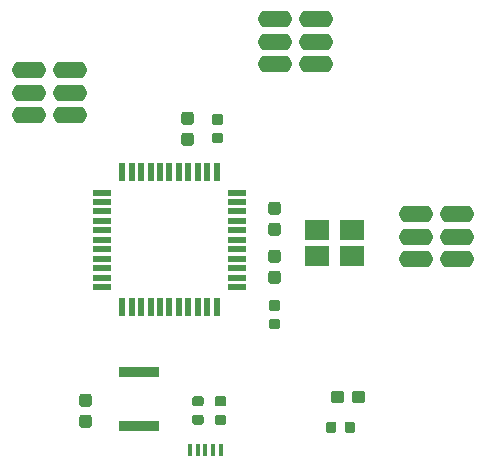
<source format=gtp>
G04 #@! TF.GenerationSoftware,KiCad,Pcbnew,(5.1.0)-1*
G04 #@! TF.CreationDate,2019-04-02T16:52:52+02:00*
G04 #@! TF.ProjectId,FrogINT_PCBProto_V1811062154,46726f67-494e-4545-9f50-434250726f74,rev?*
G04 #@! TF.SameCoordinates,Original*
G04 #@! TF.FileFunction,Paste,Top*
G04 #@! TF.FilePolarity,Positive*
%FSLAX46Y46*%
G04 Gerber Fmt 4.6, Leading zero omitted, Abs format (unit mm)*
G04 Created by KiCad (PCBNEW (5.1.0)-1) date 2019-04-02 16:52:52*
%MOMM*%
%LPD*%
G04 APERTURE LIST*
%ADD10O,2.900000X1.400000*%
%ADD11R,3.430000X0.850000*%
%ADD12R,0.450000X1.100000*%
%ADD13R,2.100000X1.725000*%
%ADD14C,0.100000*%
%ADD15C,1.050000*%
%ADD16C,0.875000*%
%ADD17R,1.500000X0.550000*%
%ADD18R,0.550000X1.500000*%
G04 APERTURE END LIST*
D10*
X166298000Y-104746000D03*
X166298000Y-106646000D03*
X169818000Y-106646000D03*
X169818000Y-104746000D03*
X169818000Y-102846000D03*
X166298000Y-102846000D03*
X154360000Y-88236000D03*
X154360000Y-90136000D03*
X157880000Y-90136000D03*
X157880000Y-88236000D03*
X157880000Y-86336000D03*
X154360000Y-86336000D03*
X133532000Y-92554000D03*
X133532000Y-94454000D03*
X137052000Y-94454000D03*
X137052000Y-92554000D03*
X137052000Y-90654000D03*
X133532000Y-90654000D03*
D11*
X142912000Y-120762000D03*
X142912000Y-116162000D03*
D12*
X149800000Y-122830000D03*
X149150000Y-122830000D03*
X148500000Y-122830000D03*
X147850000Y-122830000D03*
X147200000Y-122830000D03*
D13*
X157972000Y-104166500D03*
X160872000Y-104166500D03*
X160872000Y-106341500D03*
X157972000Y-106341500D03*
D14*
G36*
X138639505Y-118029204D02*
G01*
X138663773Y-118032804D01*
X138687572Y-118038765D01*
X138710671Y-118047030D01*
X138732850Y-118057520D01*
X138753893Y-118070132D01*
X138773599Y-118084747D01*
X138791777Y-118101223D01*
X138808253Y-118119401D01*
X138822868Y-118139107D01*
X138835480Y-118160150D01*
X138845970Y-118182329D01*
X138854235Y-118205428D01*
X138860196Y-118229227D01*
X138863796Y-118253495D01*
X138865000Y-118277999D01*
X138865000Y-118903001D01*
X138863796Y-118927505D01*
X138860196Y-118951773D01*
X138854235Y-118975572D01*
X138845970Y-118998671D01*
X138835480Y-119020850D01*
X138822868Y-119041893D01*
X138808253Y-119061599D01*
X138791777Y-119079777D01*
X138773599Y-119096253D01*
X138753893Y-119110868D01*
X138732850Y-119123480D01*
X138710671Y-119133970D01*
X138687572Y-119142235D01*
X138663773Y-119148196D01*
X138639505Y-119151796D01*
X138615001Y-119153000D01*
X138064999Y-119153000D01*
X138040495Y-119151796D01*
X138016227Y-119148196D01*
X137992428Y-119142235D01*
X137969329Y-119133970D01*
X137947150Y-119123480D01*
X137926107Y-119110868D01*
X137906401Y-119096253D01*
X137888223Y-119079777D01*
X137871747Y-119061599D01*
X137857132Y-119041893D01*
X137844520Y-119020850D01*
X137834030Y-118998671D01*
X137825765Y-118975572D01*
X137819804Y-118951773D01*
X137816204Y-118927505D01*
X137815000Y-118903001D01*
X137815000Y-118277999D01*
X137816204Y-118253495D01*
X137819804Y-118229227D01*
X137825765Y-118205428D01*
X137834030Y-118182329D01*
X137844520Y-118160150D01*
X137857132Y-118139107D01*
X137871747Y-118119401D01*
X137888223Y-118101223D01*
X137906401Y-118084747D01*
X137926107Y-118070132D01*
X137947150Y-118057520D01*
X137969329Y-118047030D01*
X137992428Y-118038765D01*
X138016227Y-118032804D01*
X138040495Y-118029204D01*
X138064999Y-118028000D01*
X138615001Y-118028000D01*
X138639505Y-118029204D01*
X138639505Y-118029204D01*
G37*
D15*
X138340000Y-118590500D03*
D14*
G36*
X138639505Y-119804204D02*
G01*
X138663773Y-119807804D01*
X138687572Y-119813765D01*
X138710671Y-119822030D01*
X138732850Y-119832520D01*
X138753893Y-119845132D01*
X138773599Y-119859747D01*
X138791777Y-119876223D01*
X138808253Y-119894401D01*
X138822868Y-119914107D01*
X138835480Y-119935150D01*
X138845970Y-119957329D01*
X138854235Y-119980428D01*
X138860196Y-120004227D01*
X138863796Y-120028495D01*
X138865000Y-120052999D01*
X138865000Y-120678001D01*
X138863796Y-120702505D01*
X138860196Y-120726773D01*
X138854235Y-120750572D01*
X138845970Y-120773671D01*
X138835480Y-120795850D01*
X138822868Y-120816893D01*
X138808253Y-120836599D01*
X138791777Y-120854777D01*
X138773599Y-120871253D01*
X138753893Y-120885868D01*
X138732850Y-120898480D01*
X138710671Y-120908970D01*
X138687572Y-120917235D01*
X138663773Y-120923196D01*
X138639505Y-120926796D01*
X138615001Y-120928000D01*
X138064999Y-120928000D01*
X138040495Y-120926796D01*
X138016227Y-120923196D01*
X137992428Y-120917235D01*
X137969329Y-120908970D01*
X137947150Y-120898480D01*
X137926107Y-120885868D01*
X137906401Y-120871253D01*
X137888223Y-120854777D01*
X137871747Y-120836599D01*
X137857132Y-120816893D01*
X137844520Y-120795850D01*
X137834030Y-120773671D01*
X137825765Y-120750572D01*
X137819804Y-120726773D01*
X137816204Y-120702505D01*
X137815000Y-120678001D01*
X137815000Y-120052999D01*
X137816204Y-120028495D01*
X137819804Y-120004227D01*
X137825765Y-119980428D01*
X137834030Y-119957329D01*
X137844520Y-119935150D01*
X137857132Y-119914107D01*
X137871747Y-119894401D01*
X137888223Y-119876223D01*
X137906401Y-119859747D01*
X137926107Y-119845132D01*
X137947150Y-119832520D01*
X137969329Y-119822030D01*
X137992428Y-119813765D01*
X138016227Y-119807804D01*
X138040495Y-119804204D01*
X138064999Y-119803000D01*
X138615001Y-119803000D01*
X138639505Y-119804204D01*
X138639505Y-119804204D01*
G37*
D15*
X138340000Y-120365500D03*
D14*
G36*
X147275505Y-95928204D02*
G01*
X147299773Y-95931804D01*
X147323572Y-95937765D01*
X147346671Y-95946030D01*
X147368850Y-95956520D01*
X147389893Y-95969132D01*
X147409599Y-95983747D01*
X147427777Y-96000223D01*
X147444253Y-96018401D01*
X147458868Y-96038107D01*
X147471480Y-96059150D01*
X147481970Y-96081329D01*
X147490235Y-96104428D01*
X147496196Y-96128227D01*
X147499796Y-96152495D01*
X147501000Y-96176999D01*
X147501000Y-96802001D01*
X147499796Y-96826505D01*
X147496196Y-96850773D01*
X147490235Y-96874572D01*
X147481970Y-96897671D01*
X147471480Y-96919850D01*
X147458868Y-96940893D01*
X147444253Y-96960599D01*
X147427777Y-96978777D01*
X147409599Y-96995253D01*
X147389893Y-97009868D01*
X147368850Y-97022480D01*
X147346671Y-97032970D01*
X147323572Y-97041235D01*
X147299773Y-97047196D01*
X147275505Y-97050796D01*
X147251001Y-97052000D01*
X146700999Y-97052000D01*
X146676495Y-97050796D01*
X146652227Y-97047196D01*
X146628428Y-97041235D01*
X146605329Y-97032970D01*
X146583150Y-97022480D01*
X146562107Y-97009868D01*
X146542401Y-96995253D01*
X146524223Y-96978777D01*
X146507747Y-96960599D01*
X146493132Y-96940893D01*
X146480520Y-96919850D01*
X146470030Y-96897671D01*
X146461765Y-96874572D01*
X146455804Y-96850773D01*
X146452204Y-96826505D01*
X146451000Y-96802001D01*
X146451000Y-96176999D01*
X146452204Y-96152495D01*
X146455804Y-96128227D01*
X146461765Y-96104428D01*
X146470030Y-96081329D01*
X146480520Y-96059150D01*
X146493132Y-96038107D01*
X146507747Y-96018401D01*
X146524223Y-96000223D01*
X146542401Y-95983747D01*
X146562107Y-95969132D01*
X146583150Y-95956520D01*
X146605329Y-95946030D01*
X146628428Y-95937765D01*
X146652227Y-95931804D01*
X146676495Y-95928204D01*
X146700999Y-95927000D01*
X147251001Y-95927000D01*
X147275505Y-95928204D01*
X147275505Y-95928204D01*
G37*
D15*
X146976000Y-96489500D03*
D14*
G36*
X147275505Y-94153204D02*
G01*
X147299773Y-94156804D01*
X147323572Y-94162765D01*
X147346671Y-94171030D01*
X147368850Y-94181520D01*
X147389893Y-94194132D01*
X147409599Y-94208747D01*
X147427777Y-94225223D01*
X147444253Y-94243401D01*
X147458868Y-94263107D01*
X147471480Y-94284150D01*
X147481970Y-94306329D01*
X147490235Y-94329428D01*
X147496196Y-94353227D01*
X147499796Y-94377495D01*
X147501000Y-94401999D01*
X147501000Y-95027001D01*
X147499796Y-95051505D01*
X147496196Y-95075773D01*
X147490235Y-95099572D01*
X147481970Y-95122671D01*
X147471480Y-95144850D01*
X147458868Y-95165893D01*
X147444253Y-95185599D01*
X147427777Y-95203777D01*
X147409599Y-95220253D01*
X147389893Y-95234868D01*
X147368850Y-95247480D01*
X147346671Y-95257970D01*
X147323572Y-95266235D01*
X147299773Y-95272196D01*
X147275505Y-95275796D01*
X147251001Y-95277000D01*
X146700999Y-95277000D01*
X146676495Y-95275796D01*
X146652227Y-95272196D01*
X146628428Y-95266235D01*
X146605329Y-95257970D01*
X146583150Y-95247480D01*
X146562107Y-95234868D01*
X146542401Y-95220253D01*
X146524223Y-95203777D01*
X146507747Y-95185599D01*
X146493132Y-95165893D01*
X146480520Y-95144850D01*
X146470030Y-95122671D01*
X146461765Y-95099572D01*
X146455804Y-95075773D01*
X146452204Y-95051505D01*
X146451000Y-95027001D01*
X146451000Y-94401999D01*
X146452204Y-94377495D01*
X146455804Y-94353227D01*
X146461765Y-94329428D01*
X146470030Y-94306329D01*
X146480520Y-94284150D01*
X146493132Y-94263107D01*
X146507747Y-94243401D01*
X146524223Y-94225223D01*
X146542401Y-94208747D01*
X146562107Y-94194132D01*
X146583150Y-94181520D01*
X146605329Y-94171030D01*
X146628428Y-94162765D01*
X146652227Y-94156804D01*
X146676495Y-94153204D01*
X146700999Y-94152000D01*
X147251001Y-94152000D01*
X147275505Y-94153204D01*
X147275505Y-94153204D01*
G37*
D15*
X146976000Y-94714500D03*
D14*
G36*
X154641505Y-101773204D02*
G01*
X154665773Y-101776804D01*
X154689572Y-101782765D01*
X154712671Y-101791030D01*
X154734850Y-101801520D01*
X154755893Y-101814132D01*
X154775599Y-101828747D01*
X154793777Y-101845223D01*
X154810253Y-101863401D01*
X154824868Y-101883107D01*
X154837480Y-101904150D01*
X154847970Y-101926329D01*
X154856235Y-101949428D01*
X154862196Y-101973227D01*
X154865796Y-101997495D01*
X154867000Y-102021999D01*
X154867000Y-102647001D01*
X154865796Y-102671505D01*
X154862196Y-102695773D01*
X154856235Y-102719572D01*
X154847970Y-102742671D01*
X154837480Y-102764850D01*
X154824868Y-102785893D01*
X154810253Y-102805599D01*
X154793777Y-102823777D01*
X154775599Y-102840253D01*
X154755893Y-102854868D01*
X154734850Y-102867480D01*
X154712671Y-102877970D01*
X154689572Y-102886235D01*
X154665773Y-102892196D01*
X154641505Y-102895796D01*
X154617001Y-102897000D01*
X154066999Y-102897000D01*
X154042495Y-102895796D01*
X154018227Y-102892196D01*
X153994428Y-102886235D01*
X153971329Y-102877970D01*
X153949150Y-102867480D01*
X153928107Y-102854868D01*
X153908401Y-102840253D01*
X153890223Y-102823777D01*
X153873747Y-102805599D01*
X153859132Y-102785893D01*
X153846520Y-102764850D01*
X153836030Y-102742671D01*
X153827765Y-102719572D01*
X153821804Y-102695773D01*
X153818204Y-102671505D01*
X153817000Y-102647001D01*
X153817000Y-102021999D01*
X153818204Y-101997495D01*
X153821804Y-101973227D01*
X153827765Y-101949428D01*
X153836030Y-101926329D01*
X153846520Y-101904150D01*
X153859132Y-101883107D01*
X153873747Y-101863401D01*
X153890223Y-101845223D01*
X153908401Y-101828747D01*
X153928107Y-101814132D01*
X153949150Y-101801520D01*
X153971329Y-101791030D01*
X153994428Y-101782765D01*
X154018227Y-101776804D01*
X154042495Y-101773204D01*
X154066999Y-101772000D01*
X154617001Y-101772000D01*
X154641505Y-101773204D01*
X154641505Y-101773204D01*
G37*
D15*
X154342000Y-102334500D03*
D14*
G36*
X154641505Y-103548204D02*
G01*
X154665773Y-103551804D01*
X154689572Y-103557765D01*
X154712671Y-103566030D01*
X154734850Y-103576520D01*
X154755893Y-103589132D01*
X154775599Y-103603747D01*
X154793777Y-103620223D01*
X154810253Y-103638401D01*
X154824868Y-103658107D01*
X154837480Y-103679150D01*
X154847970Y-103701329D01*
X154856235Y-103724428D01*
X154862196Y-103748227D01*
X154865796Y-103772495D01*
X154867000Y-103796999D01*
X154867000Y-104422001D01*
X154865796Y-104446505D01*
X154862196Y-104470773D01*
X154856235Y-104494572D01*
X154847970Y-104517671D01*
X154837480Y-104539850D01*
X154824868Y-104560893D01*
X154810253Y-104580599D01*
X154793777Y-104598777D01*
X154775599Y-104615253D01*
X154755893Y-104629868D01*
X154734850Y-104642480D01*
X154712671Y-104652970D01*
X154689572Y-104661235D01*
X154665773Y-104667196D01*
X154641505Y-104670796D01*
X154617001Y-104672000D01*
X154066999Y-104672000D01*
X154042495Y-104670796D01*
X154018227Y-104667196D01*
X153994428Y-104661235D01*
X153971329Y-104652970D01*
X153949150Y-104642480D01*
X153928107Y-104629868D01*
X153908401Y-104615253D01*
X153890223Y-104598777D01*
X153873747Y-104580599D01*
X153859132Y-104560893D01*
X153846520Y-104539850D01*
X153836030Y-104517671D01*
X153827765Y-104494572D01*
X153821804Y-104470773D01*
X153818204Y-104446505D01*
X153817000Y-104422001D01*
X153817000Y-103796999D01*
X153818204Y-103772495D01*
X153821804Y-103748227D01*
X153827765Y-103724428D01*
X153836030Y-103701329D01*
X153846520Y-103679150D01*
X153859132Y-103658107D01*
X153873747Y-103638401D01*
X153890223Y-103620223D01*
X153908401Y-103603747D01*
X153928107Y-103589132D01*
X153949150Y-103576520D01*
X153971329Y-103566030D01*
X153994428Y-103557765D01*
X154018227Y-103551804D01*
X154042495Y-103548204D01*
X154066999Y-103547000D01*
X154617001Y-103547000D01*
X154641505Y-103548204D01*
X154641505Y-103548204D01*
G37*
D15*
X154342000Y-104109500D03*
D14*
G36*
X154641505Y-107612204D02*
G01*
X154665773Y-107615804D01*
X154689572Y-107621765D01*
X154712671Y-107630030D01*
X154734850Y-107640520D01*
X154755893Y-107653132D01*
X154775599Y-107667747D01*
X154793777Y-107684223D01*
X154810253Y-107702401D01*
X154824868Y-107722107D01*
X154837480Y-107743150D01*
X154847970Y-107765329D01*
X154856235Y-107788428D01*
X154862196Y-107812227D01*
X154865796Y-107836495D01*
X154867000Y-107860999D01*
X154867000Y-108486001D01*
X154865796Y-108510505D01*
X154862196Y-108534773D01*
X154856235Y-108558572D01*
X154847970Y-108581671D01*
X154837480Y-108603850D01*
X154824868Y-108624893D01*
X154810253Y-108644599D01*
X154793777Y-108662777D01*
X154775599Y-108679253D01*
X154755893Y-108693868D01*
X154734850Y-108706480D01*
X154712671Y-108716970D01*
X154689572Y-108725235D01*
X154665773Y-108731196D01*
X154641505Y-108734796D01*
X154617001Y-108736000D01*
X154066999Y-108736000D01*
X154042495Y-108734796D01*
X154018227Y-108731196D01*
X153994428Y-108725235D01*
X153971329Y-108716970D01*
X153949150Y-108706480D01*
X153928107Y-108693868D01*
X153908401Y-108679253D01*
X153890223Y-108662777D01*
X153873747Y-108644599D01*
X153859132Y-108624893D01*
X153846520Y-108603850D01*
X153836030Y-108581671D01*
X153827765Y-108558572D01*
X153821804Y-108534773D01*
X153818204Y-108510505D01*
X153817000Y-108486001D01*
X153817000Y-107860999D01*
X153818204Y-107836495D01*
X153821804Y-107812227D01*
X153827765Y-107788428D01*
X153836030Y-107765329D01*
X153846520Y-107743150D01*
X153859132Y-107722107D01*
X153873747Y-107702401D01*
X153890223Y-107684223D01*
X153908401Y-107667747D01*
X153928107Y-107653132D01*
X153949150Y-107640520D01*
X153971329Y-107630030D01*
X153994428Y-107621765D01*
X154018227Y-107615804D01*
X154042495Y-107612204D01*
X154066999Y-107611000D01*
X154617001Y-107611000D01*
X154641505Y-107612204D01*
X154641505Y-107612204D01*
G37*
D15*
X154342000Y-108173500D03*
D14*
G36*
X154641505Y-105837204D02*
G01*
X154665773Y-105840804D01*
X154689572Y-105846765D01*
X154712671Y-105855030D01*
X154734850Y-105865520D01*
X154755893Y-105878132D01*
X154775599Y-105892747D01*
X154793777Y-105909223D01*
X154810253Y-105927401D01*
X154824868Y-105947107D01*
X154837480Y-105968150D01*
X154847970Y-105990329D01*
X154856235Y-106013428D01*
X154862196Y-106037227D01*
X154865796Y-106061495D01*
X154867000Y-106085999D01*
X154867000Y-106711001D01*
X154865796Y-106735505D01*
X154862196Y-106759773D01*
X154856235Y-106783572D01*
X154847970Y-106806671D01*
X154837480Y-106828850D01*
X154824868Y-106849893D01*
X154810253Y-106869599D01*
X154793777Y-106887777D01*
X154775599Y-106904253D01*
X154755893Y-106918868D01*
X154734850Y-106931480D01*
X154712671Y-106941970D01*
X154689572Y-106950235D01*
X154665773Y-106956196D01*
X154641505Y-106959796D01*
X154617001Y-106961000D01*
X154066999Y-106961000D01*
X154042495Y-106959796D01*
X154018227Y-106956196D01*
X153994428Y-106950235D01*
X153971329Y-106941970D01*
X153949150Y-106931480D01*
X153928107Y-106918868D01*
X153908401Y-106904253D01*
X153890223Y-106887777D01*
X153873747Y-106869599D01*
X153859132Y-106849893D01*
X153846520Y-106828850D01*
X153836030Y-106806671D01*
X153827765Y-106783572D01*
X153821804Y-106759773D01*
X153818204Y-106735505D01*
X153817000Y-106711001D01*
X153817000Y-106085999D01*
X153818204Y-106061495D01*
X153821804Y-106037227D01*
X153827765Y-106013428D01*
X153836030Y-105990329D01*
X153846520Y-105968150D01*
X153859132Y-105947107D01*
X153873747Y-105927401D01*
X153890223Y-105909223D01*
X153908401Y-105892747D01*
X153928107Y-105878132D01*
X153949150Y-105865520D01*
X153971329Y-105855030D01*
X153994428Y-105846765D01*
X154018227Y-105840804D01*
X154042495Y-105837204D01*
X154066999Y-105836000D01*
X154617001Y-105836000D01*
X154641505Y-105837204D01*
X154641505Y-105837204D01*
G37*
D15*
X154342000Y-106398500D03*
D14*
G36*
X161789505Y-117811204D02*
G01*
X161813773Y-117814804D01*
X161837572Y-117820765D01*
X161860671Y-117829030D01*
X161882850Y-117839520D01*
X161903893Y-117852132D01*
X161923599Y-117866747D01*
X161941777Y-117883223D01*
X161958253Y-117901401D01*
X161972868Y-117921107D01*
X161985480Y-117942150D01*
X161995970Y-117964329D01*
X162004235Y-117987428D01*
X162010196Y-118011227D01*
X162013796Y-118035495D01*
X162015000Y-118059999D01*
X162015000Y-118610001D01*
X162013796Y-118634505D01*
X162010196Y-118658773D01*
X162004235Y-118682572D01*
X161995970Y-118705671D01*
X161985480Y-118727850D01*
X161972868Y-118748893D01*
X161958253Y-118768599D01*
X161941777Y-118786777D01*
X161923599Y-118803253D01*
X161903893Y-118817868D01*
X161882850Y-118830480D01*
X161860671Y-118840970D01*
X161837572Y-118849235D01*
X161813773Y-118855196D01*
X161789505Y-118858796D01*
X161765001Y-118860000D01*
X161139999Y-118860000D01*
X161115495Y-118858796D01*
X161091227Y-118855196D01*
X161067428Y-118849235D01*
X161044329Y-118840970D01*
X161022150Y-118830480D01*
X161001107Y-118817868D01*
X160981401Y-118803253D01*
X160963223Y-118786777D01*
X160946747Y-118768599D01*
X160932132Y-118748893D01*
X160919520Y-118727850D01*
X160909030Y-118705671D01*
X160900765Y-118682572D01*
X160894804Y-118658773D01*
X160891204Y-118634505D01*
X160890000Y-118610001D01*
X160890000Y-118059999D01*
X160891204Y-118035495D01*
X160894804Y-118011227D01*
X160900765Y-117987428D01*
X160909030Y-117964329D01*
X160919520Y-117942150D01*
X160932132Y-117921107D01*
X160946747Y-117901401D01*
X160963223Y-117883223D01*
X160981401Y-117866747D01*
X161001107Y-117852132D01*
X161022150Y-117839520D01*
X161044329Y-117829030D01*
X161067428Y-117820765D01*
X161091227Y-117814804D01*
X161115495Y-117811204D01*
X161139999Y-117810000D01*
X161765001Y-117810000D01*
X161789505Y-117811204D01*
X161789505Y-117811204D01*
G37*
D15*
X161452500Y-118335000D03*
D14*
G36*
X160014505Y-117811204D02*
G01*
X160038773Y-117814804D01*
X160062572Y-117820765D01*
X160085671Y-117829030D01*
X160107850Y-117839520D01*
X160128893Y-117852132D01*
X160148599Y-117866747D01*
X160166777Y-117883223D01*
X160183253Y-117901401D01*
X160197868Y-117921107D01*
X160210480Y-117942150D01*
X160220970Y-117964329D01*
X160229235Y-117987428D01*
X160235196Y-118011227D01*
X160238796Y-118035495D01*
X160240000Y-118059999D01*
X160240000Y-118610001D01*
X160238796Y-118634505D01*
X160235196Y-118658773D01*
X160229235Y-118682572D01*
X160220970Y-118705671D01*
X160210480Y-118727850D01*
X160197868Y-118748893D01*
X160183253Y-118768599D01*
X160166777Y-118786777D01*
X160148599Y-118803253D01*
X160128893Y-118817868D01*
X160107850Y-118830480D01*
X160085671Y-118840970D01*
X160062572Y-118849235D01*
X160038773Y-118855196D01*
X160014505Y-118858796D01*
X159990001Y-118860000D01*
X159364999Y-118860000D01*
X159340495Y-118858796D01*
X159316227Y-118855196D01*
X159292428Y-118849235D01*
X159269329Y-118840970D01*
X159247150Y-118830480D01*
X159226107Y-118817868D01*
X159206401Y-118803253D01*
X159188223Y-118786777D01*
X159171747Y-118768599D01*
X159157132Y-118748893D01*
X159144520Y-118727850D01*
X159134030Y-118705671D01*
X159125765Y-118682572D01*
X159119804Y-118658773D01*
X159116204Y-118634505D01*
X159115000Y-118610001D01*
X159115000Y-118059999D01*
X159116204Y-118035495D01*
X159119804Y-118011227D01*
X159125765Y-117987428D01*
X159134030Y-117964329D01*
X159144520Y-117942150D01*
X159157132Y-117921107D01*
X159171747Y-117901401D01*
X159188223Y-117883223D01*
X159206401Y-117866747D01*
X159226107Y-117852132D01*
X159247150Y-117839520D01*
X159269329Y-117829030D01*
X159292428Y-117820765D01*
X159316227Y-117814804D01*
X159340495Y-117811204D01*
X159364999Y-117810000D01*
X159990001Y-117810000D01*
X160014505Y-117811204D01*
X160014505Y-117811204D01*
G37*
D15*
X159677500Y-118335000D03*
D14*
G36*
X159382691Y-120401053D02*
G01*
X159403926Y-120404203D01*
X159424750Y-120409419D01*
X159444962Y-120416651D01*
X159464368Y-120425830D01*
X159482781Y-120436866D01*
X159500024Y-120449654D01*
X159515930Y-120464070D01*
X159530346Y-120479976D01*
X159543134Y-120497219D01*
X159554170Y-120515632D01*
X159563349Y-120535038D01*
X159570581Y-120555250D01*
X159575797Y-120576074D01*
X159578947Y-120597309D01*
X159580000Y-120618750D01*
X159580000Y-121131250D01*
X159578947Y-121152691D01*
X159575797Y-121173926D01*
X159570581Y-121194750D01*
X159563349Y-121214962D01*
X159554170Y-121234368D01*
X159543134Y-121252781D01*
X159530346Y-121270024D01*
X159515930Y-121285930D01*
X159500024Y-121300346D01*
X159482781Y-121313134D01*
X159464368Y-121324170D01*
X159444962Y-121333349D01*
X159424750Y-121340581D01*
X159403926Y-121345797D01*
X159382691Y-121348947D01*
X159361250Y-121350000D01*
X158923750Y-121350000D01*
X158902309Y-121348947D01*
X158881074Y-121345797D01*
X158860250Y-121340581D01*
X158840038Y-121333349D01*
X158820632Y-121324170D01*
X158802219Y-121313134D01*
X158784976Y-121300346D01*
X158769070Y-121285930D01*
X158754654Y-121270024D01*
X158741866Y-121252781D01*
X158730830Y-121234368D01*
X158721651Y-121214962D01*
X158714419Y-121194750D01*
X158709203Y-121173926D01*
X158706053Y-121152691D01*
X158705000Y-121131250D01*
X158705000Y-120618750D01*
X158706053Y-120597309D01*
X158709203Y-120576074D01*
X158714419Y-120555250D01*
X158721651Y-120535038D01*
X158730830Y-120515632D01*
X158741866Y-120497219D01*
X158754654Y-120479976D01*
X158769070Y-120464070D01*
X158784976Y-120449654D01*
X158802219Y-120436866D01*
X158820632Y-120425830D01*
X158840038Y-120416651D01*
X158860250Y-120409419D01*
X158881074Y-120404203D01*
X158902309Y-120401053D01*
X158923750Y-120400000D01*
X159361250Y-120400000D01*
X159382691Y-120401053D01*
X159382691Y-120401053D01*
G37*
D16*
X159142500Y-120875000D03*
D14*
G36*
X160957691Y-120401053D02*
G01*
X160978926Y-120404203D01*
X160999750Y-120409419D01*
X161019962Y-120416651D01*
X161039368Y-120425830D01*
X161057781Y-120436866D01*
X161075024Y-120449654D01*
X161090930Y-120464070D01*
X161105346Y-120479976D01*
X161118134Y-120497219D01*
X161129170Y-120515632D01*
X161138349Y-120535038D01*
X161145581Y-120555250D01*
X161150797Y-120576074D01*
X161153947Y-120597309D01*
X161155000Y-120618750D01*
X161155000Y-121131250D01*
X161153947Y-121152691D01*
X161150797Y-121173926D01*
X161145581Y-121194750D01*
X161138349Y-121214962D01*
X161129170Y-121234368D01*
X161118134Y-121252781D01*
X161105346Y-121270024D01*
X161090930Y-121285930D01*
X161075024Y-121300346D01*
X161057781Y-121313134D01*
X161039368Y-121324170D01*
X161019962Y-121333349D01*
X160999750Y-121340581D01*
X160978926Y-121345797D01*
X160957691Y-121348947D01*
X160936250Y-121350000D01*
X160498750Y-121350000D01*
X160477309Y-121348947D01*
X160456074Y-121345797D01*
X160435250Y-121340581D01*
X160415038Y-121333349D01*
X160395632Y-121324170D01*
X160377219Y-121313134D01*
X160359976Y-121300346D01*
X160344070Y-121285930D01*
X160329654Y-121270024D01*
X160316866Y-121252781D01*
X160305830Y-121234368D01*
X160296651Y-121214962D01*
X160289419Y-121194750D01*
X160284203Y-121173926D01*
X160281053Y-121152691D01*
X160280000Y-121131250D01*
X160280000Y-120618750D01*
X160281053Y-120597309D01*
X160284203Y-120576074D01*
X160289419Y-120555250D01*
X160296651Y-120535038D01*
X160305830Y-120515632D01*
X160316866Y-120497219D01*
X160329654Y-120479976D01*
X160344070Y-120464070D01*
X160359976Y-120449654D01*
X160377219Y-120436866D01*
X160395632Y-120425830D01*
X160415038Y-120416651D01*
X160435250Y-120409419D01*
X160456074Y-120404203D01*
X160477309Y-120401053D01*
X160498750Y-120400000D01*
X160936250Y-120400000D01*
X160957691Y-120401053D01*
X160957691Y-120401053D01*
G37*
D16*
X160717500Y-120875000D03*
D14*
G36*
X150047691Y-119803053D02*
G01*
X150068926Y-119806203D01*
X150089750Y-119811419D01*
X150109962Y-119818651D01*
X150129368Y-119827830D01*
X150147781Y-119838866D01*
X150165024Y-119851654D01*
X150180930Y-119866070D01*
X150195346Y-119881976D01*
X150208134Y-119899219D01*
X150219170Y-119917632D01*
X150228349Y-119937038D01*
X150235581Y-119957250D01*
X150240797Y-119978074D01*
X150243947Y-119999309D01*
X150245000Y-120020750D01*
X150245000Y-120458250D01*
X150243947Y-120479691D01*
X150240797Y-120500926D01*
X150235581Y-120521750D01*
X150228349Y-120541962D01*
X150219170Y-120561368D01*
X150208134Y-120579781D01*
X150195346Y-120597024D01*
X150180930Y-120612930D01*
X150165024Y-120627346D01*
X150147781Y-120640134D01*
X150129368Y-120651170D01*
X150109962Y-120660349D01*
X150089750Y-120667581D01*
X150068926Y-120672797D01*
X150047691Y-120675947D01*
X150026250Y-120677000D01*
X149513750Y-120677000D01*
X149492309Y-120675947D01*
X149471074Y-120672797D01*
X149450250Y-120667581D01*
X149430038Y-120660349D01*
X149410632Y-120651170D01*
X149392219Y-120640134D01*
X149374976Y-120627346D01*
X149359070Y-120612930D01*
X149344654Y-120597024D01*
X149331866Y-120579781D01*
X149320830Y-120561368D01*
X149311651Y-120541962D01*
X149304419Y-120521750D01*
X149299203Y-120500926D01*
X149296053Y-120479691D01*
X149295000Y-120458250D01*
X149295000Y-120020750D01*
X149296053Y-119999309D01*
X149299203Y-119978074D01*
X149304419Y-119957250D01*
X149311651Y-119937038D01*
X149320830Y-119917632D01*
X149331866Y-119899219D01*
X149344654Y-119881976D01*
X149359070Y-119866070D01*
X149374976Y-119851654D01*
X149392219Y-119838866D01*
X149410632Y-119827830D01*
X149430038Y-119818651D01*
X149450250Y-119811419D01*
X149471074Y-119806203D01*
X149492309Y-119803053D01*
X149513750Y-119802000D01*
X150026250Y-119802000D01*
X150047691Y-119803053D01*
X150047691Y-119803053D01*
G37*
D16*
X149770000Y-120239500D03*
D14*
G36*
X150047691Y-118228053D02*
G01*
X150068926Y-118231203D01*
X150089750Y-118236419D01*
X150109962Y-118243651D01*
X150129368Y-118252830D01*
X150147781Y-118263866D01*
X150165024Y-118276654D01*
X150180930Y-118291070D01*
X150195346Y-118306976D01*
X150208134Y-118324219D01*
X150219170Y-118342632D01*
X150228349Y-118362038D01*
X150235581Y-118382250D01*
X150240797Y-118403074D01*
X150243947Y-118424309D01*
X150245000Y-118445750D01*
X150245000Y-118883250D01*
X150243947Y-118904691D01*
X150240797Y-118925926D01*
X150235581Y-118946750D01*
X150228349Y-118966962D01*
X150219170Y-118986368D01*
X150208134Y-119004781D01*
X150195346Y-119022024D01*
X150180930Y-119037930D01*
X150165024Y-119052346D01*
X150147781Y-119065134D01*
X150129368Y-119076170D01*
X150109962Y-119085349D01*
X150089750Y-119092581D01*
X150068926Y-119097797D01*
X150047691Y-119100947D01*
X150026250Y-119102000D01*
X149513750Y-119102000D01*
X149492309Y-119100947D01*
X149471074Y-119097797D01*
X149450250Y-119092581D01*
X149430038Y-119085349D01*
X149410632Y-119076170D01*
X149392219Y-119065134D01*
X149374976Y-119052346D01*
X149359070Y-119037930D01*
X149344654Y-119022024D01*
X149331866Y-119004781D01*
X149320830Y-118986368D01*
X149311651Y-118966962D01*
X149304419Y-118946750D01*
X149299203Y-118925926D01*
X149296053Y-118904691D01*
X149295000Y-118883250D01*
X149295000Y-118445750D01*
X149296053Y-118424309D01*
X149299203Y-118403074D01*
X149304419Y-118382250D01*
X149311651Y-118362038D01*
X149320830Y-118342632D01*
X149331866Y-118324219D01*
X149344654Y-118306976D01*
X149359070Y-118291070D01*
X149374976Y-118276654D01*
X149392219Y-118263866D01*
X149410632Y-118252830D01*
X149430038Y-118243651D01*
X149450250Y-118236419D01*
X149471074Y-118231203D01*
X149492309Y-118228053D01*
X149513750Y-118227000D01*
X150026250Y-118227000D01*
X150047691Y-118228053D01*
X150047691Y-118228053D01*
G37*
D16*
X149770000Y-118664500D03*
D14*
G36*
X148142691Y-119803053D02*
G01*
X148163926Y-119806203D01*
X148184750Y-119811419D01*
X148204962Y-119818651D01*
X148224368Y-119827830D01*
X148242781Y-119838866D01*
X148260024Y-119851654D01*
X148275930Y-119866070D01*
X148290346Y-119881976D01*
X148303134Y-119899219D01*
X148314170Y-119917632D01*
X148323349Y-119937038D01*
X148330581Y-119957250D01*
X148335797Y-119978074D01*
X148338947Y-119999309D01*
X148340000Y-120020750D01*
X148340000Y-120458250D01*
X148338947Y-120479691D01*
X148335797Y-120500926D01*
X148330581Y-120521750D01*
X148323349Y-120541962D01*
X148314170Y-120561368D01*
X148303134Y-120579781D01*
X148290346Y-120597024D01*
X148275930Y-120612930D01*
X148260024Y-120627346D01*
X148242781Y-120640134D01*
X148224368Y-120651170D01*
X148204962Y-120660349D01*
X148184750Y-120667581D01*
X148163926Y-120672797D01*
X148142691Y-120675947D01*
X148121250Y-120677000D01*
X147608750Y-120677000D01*
X147587309Y-120675947D01*
X147566074Y-120672797D01*
X147545250Y-120667581D01*
X147525038Y-120660349D01*
X147505632Y-120651170D01*
X147487219Y-120640134D01*
X147469976Y-120627346D01*
X147454070Y-120612930D01*
X147439654Y-120597024D01*
X147426866Y-120579781D01*
X147415830Y-120561368D01*
X147406651Y-120541962D01*
X147399419Y-120521750D01*
X147394203Y-120500926D01*
X147391053Y-120479691D01*
X147390000Y-120458250D01*
X147390000Y-120020750D01*
X147391053Y-119999309D01*
X147394203Y-119978074D01*
X147399419Y-119957250D01*
X147406651Y-119937038D01*
X147415830Y-119917632D01*
X147426866Y-119899219D01*
X147439654Y-119881976D01*
X147454070Y-119866070D01*
X147469976Y-119851654D01*
X147487219Y-119838866D01*
X147505632Y-119827830D01*
X147525038Y-119818651D01*
X147545250Y-119811419D01*
X147566074Y-119806203D01*
X147587309Y-119803053D01*
X147608750Y-119802000D01*
X148121250Y-119802000D01*
X148142691Y-119803053D01*
X148142691Y-119803053D01*
G37*
D16*
X147865000Y-120239500D03*
D14*
G36*
X148142691Y-118228053D02*
G01*
X148163926Y-118231203D01*
X148184750Y-118236419D01*
X148204962Y-118243651D01*
X148224368Y-118252830D01*
X148242781Y-118263866D01*
X148260024Y-118276654D01*
X148275930Y-118291070D01*
X148290346Y-118306976D01*
X148303134Y-118324219D01*
X148314170Y-118342632D01*
X148323349Y-118362038D01*
X148330581Y-118382250D01*
X148335797Y-118403074D01*
X148338947Y-118424309D01*
X148340000Y-118445750D01*
X148340000Y-118883250D01*
X148338947Y-118904691D01*
X148335797Y-118925926D01*
X148330581Y-118946750D01*
X148323349Y-118966962D01*
X148314170Y-118986368D01*
X148303134Y-119004781D01*
X148290346Y-119022024D01*
X148275930Y-119037930D01*
X148260024Y-119052346D01*
X148242781Y-119065134D01*
X148224368Y-119076170D01*
X148204962Y-119085349D01*
X148184750Y-119092581D01*
X148163926Y-119097797D01*
X148142691Y-119100947D01*
X148121250Y-119102000D01*
X147608750Y-119102000D01*
X147587309Y-119100947D01*
X147566074Y-119097797D01*
X147545250Y-119092581D01*
X147525038Y-119085349D01*
X147505632Y-119076170D01*
X147487219Y-119065134D01*
X147469976Y-119052346D01*
X147454070Y-119037930D01*
X147439654Y-119022024D01*
X147426866Y-119004781D01*
X147415830Y-118986368D01*
X147406651Y-118966962D01*
X147399419Y-118946750D01*
X147394203Y-118925926D01*
X147391053Y-118904691D01*
X147390000Y-118883250D01*
X147390000Y-118445750D01*
X147391053Y-118424309D01*
X147394203Y-118403074D01*
X147399419Y-118382250D01*
X147406651Y-118362038D01*
X147415830Y-118342632D01*
X147426866Y-118324219D01*
X147439654Y-118306976D01*
X147454070Y-118291070D01*
X147469976Y-118276654D01*
X147487219Y-118263866D01*
X147505632Y-118252830D01*
X147525038Y-118243651D01*
X147545250Y-118236419D01*
X147566074Y-118231203D01*
X147587309Y-118228053D01*
X147608750Y-118227000D01*
X148121250Y-118227000D01*
X148142691Y-118228053D01*
X148142691Y-118228053D01*
G37*
D16*
X147865000Y-118664500D03*
D14*
G36*
X149793691Y-94378053D02*
G01*
X149814926Y-94381203D01*
X149835750Y-94386419D01*
X149855962Y-94393651D01*
X149875368Y-94402830D01*
X149893781Y-94413866D01*
X149911024Y-94426654D01*
X149926930Y-94441070D01*
X149941346Y-94456976D01*
X149954134Y-94474219D01*
X149965170Y-94492632D01*
X149974349Y-94512038D01*
X149981581Y-94532250D01*
X149986797Y-94553074D01*
X149989947Y-94574309D01*
X149991000Y-94595750D01*
X149991000Y-95033250D01*
X149989947Y-95054691D01*
X149986797Y-95075926D01*
X149981581Y-95096750D01*
X149974349Y-95116962D01*
X149965170Y-95136368D01*
X149954134Y-95154781D01*
X149941346Y-95172024D01*
X149926930Y-95187930D01*
X149911024Y-95202346D01*
X149893781Y-95215134D01*
X149875368Y-95226170D01*
X149855962Y-95235349D01*
X149835750Y-95242581D01*
X149814926Y-95247797D01*
X149793691Y-95250947D01*
X149772250Y-95252000D01*
X149259750Y-95252000D01*
X149238309Y-95250947D01*
X149217074Y-95247797D01*
X149196250Y-95242581D01*
X149176038Y-95235349D01*
X149156632Y-95226170D01*
X149138219Y-95215134D01*
X149120976Y-95202346D01*
X149105070Y-95187930D01*
X149090654Y-95172024D01*
X149077866Y-95154781D01*
X149066830Y-95136368D01*
X149057651Y-95116962D01*
X149050419Y-95096750D01*
X149045203Y-95075926D01*
X149042053Y-95054691D01*
X149041000Y-95033250D01*
X149041000Y-94595750D01*
X149042053Y-94574309D01*
X149045203Y-94553074D01*
X149050419Y-94532250D01*
X149057651Y-94512038D01*
X149066830Y-94492632D01*
X149077866Y-94474219D01*
X149090654Y-94456976D01*
X149105070Y-94441070D01*
X149120976Y-94426654D01*
X149138219Y-94413866D01*
X149156632Y-94402830D01*
X149176038Y-94393651D01*
X149196250Y-94386419D01*
X149217074Y-94381203D01*
X149238309Y-94378053D01*
X149259750Y-94377000D01*
X149772250Y-94377000D01*
X149793691Y-94378053D01*
X149793691Y-94378053D01*
G37*
D16*
X149516000Y-94814500D03*
D14*
G36*
X149793691Y-95953053D02*
G01*
X149814926Y-95956203D01*
X149835750Y-95961419D01*
X149855962Y-95968651D01*
X149875368Y-95977830D01*
X149893781Y-95988866D01*
X149911024Y-96001654D01*
X149926930Y-96016070D01*
X149941346Y-96031976D01*
X149954134Y-96049219D01*
X149965170Y-96067632D01*
X149974349Y-96087038D01*
X149981581Y-96107250D01*
X149986797Y-96128074D01*
X149989947Y-96149309D01*
X149991000Y-96170750D01*
X149991000Y-96608250D01*
X149989947Y-96629691D01*
X149986797Y-96650926D01*
X149981581Y-96671750D01*
X149974349Y-96691962D01*
X149965170Y-96711368D01*
X149954134Y-96729781D01*
X149941346Y-96747024D01*
X149926930Y-96762930D01*
X149911024Y-96777346D01*
X149893781Y-96790134D01*
X149875368Y-96801170D01*
X149855962Y-96810349D01*
X149835750Y-96817581D01*
X149814926Y-96822797D01*
X149793691Y-96825947D01*
X149772250Y-96827000D01*
X149259750Y-96827000D01*
X149238309Y-96825947D01*
X149217074Y-96822797D01*
X149196250Y-96817581D01*
X149176038Y-96810349D01*
X149156632Y-96801170D01*
X149138219Y-96790134D01*
X149120976Y-96777346D01*
X149105070Y-96762930D01*
X149090654Y-96747024D01*
X149077866Y-96729781D01*
X149066830Y-96711368D01*
X149057651Y-96691962D01*
X149050419Y-96671750D01*
X149045203Y-96650926D01*
X149042053Y-96629691D01*
X149041000Y-96608250D01*
X149041000Y-96170750D01*
X149042053Y-96149309D01*
X149045203Y-96128074D01*
X149050419Y-96107250D01*
X149057651Y-96087038D01*
X149066830Y-96067632D01*
X149077866Y-96049219D01*
X149090654Y-96031976D01*
X149105070Y-96016070D01*
X149120976Y-96001654D01*
X149138219Y-95988866D01*
X149156632Y-95977830D01*
X149176038Y-95968651D01*
X149196250Y-95961419D01*
X149217074Y-95956203D01*
X149238309Y-95953053D01*
X149259750Y-95952000D01*
X149772250Y-95952000D01*
X149793691Y-95953053D01*
X149793691Y-95953053D01*
G37*
D16*
X149516000Y-96389500D03*
D14*
G36*
X154619691Y-111701053D02*
G01*
X154640926Y-111704203D01*
X154661750Y-111709419D01*
X154681962Y-111716651D01*
X154701368Y-111725830D01*
X154719781Y-111736866D01*
X154737024Y-111749654D01*
X154752930Y-111764070D01*
X154767346Y-111779976D01*
X154780134Y-111797219D01*
X154791170Y-111815632D01*
X154800349Y-111835038D01*
X154807581Y-111855250D01*
X154812797Y-111876074D01*
X154815947Y-111897309D01*
X154817000Y-111918750D01*
X154817000Y-112356250D01*
X154815947Y-112377691D01*
X154812797Y-112398926D01*
X154807581Y-112419750D01*
X154800349Y-112439962D01*
X154791170Y-112459368D01*
X154780134Y-112477781D01*
X154767346Y-112495024D01*
X154752930Y-112510930D01*
X154737024Y-112525346D01*
X154719781Y-112538134D01*
X154701368Y-112549170D01*
X154681962Y-112558349D01*
X154661750Y-112565581D01*
X154640926Y-112570797D01*
X154619691Y-112573947D01*
X154598250Y-112575000D01*
X154085750Y-112575000D01*
X154064309Y-112573947D01*
X154043074Y-112570797D01*
X154022250Y-112565581D01*
X154002038Y-112558349D01*
X153982632Y-112549170D01*
X153964219Y-112538134D01*
X153946976Y-112525346D01*
X153931070Y-112510930D01*
X153916654Y-112495024D01*
X153903866Y-112477781D01*
X153892830Y-112459368D01*
X153883651Y-112439962D01*
X153876419Y-112419750D01*
X153871203Y-112398926D01*
X153868053Y-112377691D01*
X153867000Y-112356250D01*
X153867000Y-111918750D01*
X153868053Y-111897309D01*
X153871203Y-111876074D01*
X153876419Y-111855250D01*
X153883651Y-111835038D01*
X153892830Y-111815632D01*
X153903866Y-111797219D01*
X153916654Y-111779976D01*
X153931070Y-111764070D01*
X153946976Y-111749654D01*
X153964219Y-111736866D01*
X153982632Y-111725830D01*
X154002038Y-111716651D01*
X154022250Y-111709419D01*
X154043074Y-111704203D01*
X154064309Y-111701053D01*
X154085750Y-111700000D01*
X154598250Y-111700000D01*
X154619691Y-111701053D01*
X154619691Y-111701053D01*
G37*
D16*
X154342000Y-112137500D03*
D14*
G36*
X154619691Y-110126053D02*
G01*
X154640926Y-110129203D01*
X154661750Y-110134419D01*
X154681962Y-110141651D01*
X154701368Y-110150830D01*
X154719781Y-110161866D01*
X154737024Y-110174654D01*
X154752930Y-110189070D01*
X154767346Y-110204976D01*
X154780134Y-110222219D01*
X154791170Y-110240632D01*
X154800349Y-110260038D01*
X154807581Y-110280250D01*
X154812797Y-110301074D01*
X154815947Y-110322309D01*
X154817000Y-110343750D01*
X154817000Y-110781250D01*
X154815947Y-110802691D01*
X154812797Y-110823926D01*
X154807581Y-110844750D01*
X154800349Y-110864962D01*
X154791170Y-110884368D01*
X154780134Y-110902781D01*
X154767346Y-110920024D01*
X154752930Y-110935930D01*
X154737024Y-110950346D01*
X154719781Y-110963134D01*
X154701368Y-110974170D01*
X154681962Y-110983349D01*
X154661750Y-110990581D01*
X154640926Y-110995797D01*
X154619691Y-110998947D01*
X154598250Y-111000000D01*
X154085750Y-111000000D01*
X154064309Y-110998947D01*
X154043074Y-110995797D01*
X154022250Y-110990581D01*
X154002038Y-110983349D01*
X153982632Y-110974170D01*
X153964219Y-110963134D01*
X153946976Y-110950346D01*
X153931070Y-110935930D01*
X153916654Y-110920024D01*
X153903866Y-110902781D01*
X153892830Y-110884368D01*
X153883651Y-110864962D01*
X153876419Y-110844750D01*
X153871203Y-110823926D01*
X153868053Y-110802691D01*
X153867000Y-110781250D01*
X153867000Y-110343750D01*
X153868053Y-110322309D01*
X153871203Y-110301074D01*
X153876419Y-110280250D01*
X153883651Y-110260038D01*
X153892830Y-110240632D01*
X153903866Y-110222219D01*
X153916654Y-110204976D01*
X153931070Y-110189070D01*
X153946976Y-110174654D01*
X153964219Y-110161866D01*
X153982632Y-110150830D01*
X154002038Y-110141651D01*
X154022250Y-110134419D01*
X154043074Y-110129203D01*
X154064309Y-110126053D01*
X154085750Y-110125000D01*
X154598250Y-110125000D01*
X154619691Y-110126053D01*
X154619691Y-110126053D01*
G37*
D16*
X154342000Y-110562500D03*
D17*
X139752000Y-109000000D03*
X139752000Y-108200000D03*
X139752000Y-107400000D03*
X139752000Y-106600000D03*
X139752000Y-105800000D03*
X139752000Y-105000000D03*
X139752000Y-104200000D03*
X139752000Y-103400000D03*
X139752000Y-102600000D03*
X139752000Y-101800000D03*
X139752000Y-101000000D03*
D18*
X141452000Y-99300000D03*
X142252000Y-99300000D03*
X143052000Y-99300000D03*
X143852000Y-99300000D03*
X144652000Y-99300000D03*
X145452000Y-99300000D03*
X146252000Y-99300000D03*
X147052000Y-99300000D03*
X147852000Y-99300000D03*
X148652000Y-99300000D03*
X149452000Y-99300000D03*
D17*
X151152000Y-101000000D03*
X151152000Y-101800000D03*
X151152000Y-102600000D03*
X151152000Y-103400000D03*
X151152000Y-104200000D03*
X151152000Y-105000000D03*
X151152000Y-105800000D03*
X151152000Y-106600000D03*
X151152000Y-107400000D03*
X151152000Y-108200000D03*
X151152000Y-109000000D03*
D18*
X149452000Y-110700000D03*
X148652000Y-110700000D03*
X147852000Y-110700000D03*
X147052000Y-110700000D03*
X146252000Y-110700000D03*
X145452000Y-110700000D03*
X144652000Y-110700000D03*
X143852000Y-110700000D03*
X143052000Y-110700000D03*
X142252000Y-110700000D03*
X141452000Y-110700000D03*
M02*

</source>
